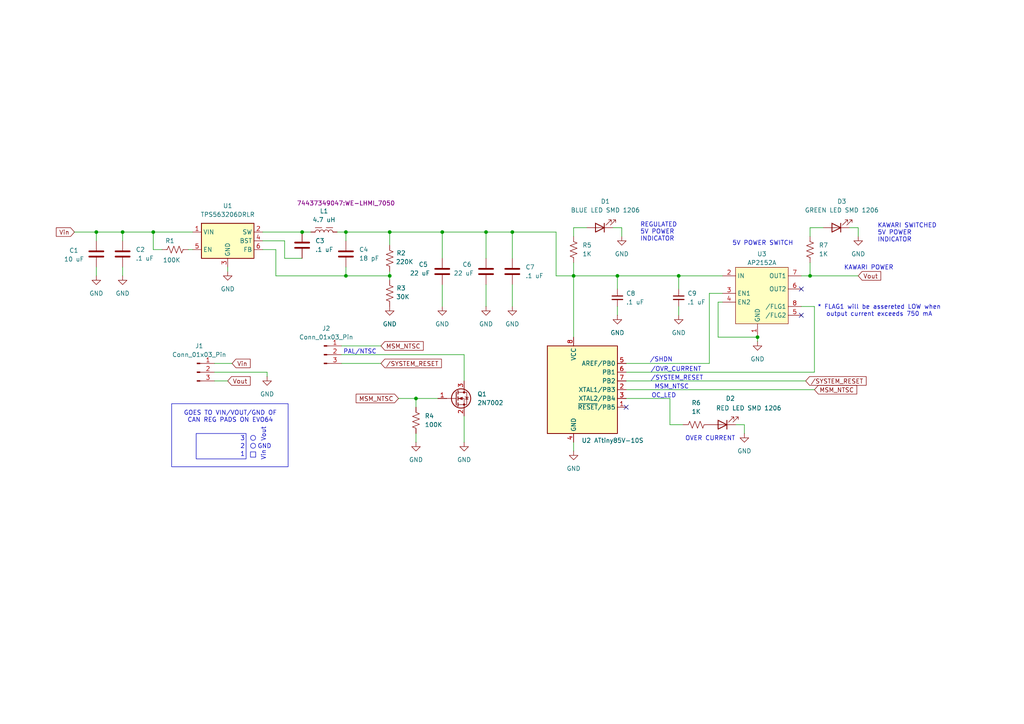
<source format=kicad_sch>
(kicad_sch (version 20231120) (generator "eeschema") (generator_version "8.0")
  (paper "A4")
  (title_block (title "KAWARI POWER REGULATOR & SEQUENCER") (date "2025-02-23") (rev "A") (company "sMs Retro Electronics"))
  (lib_symbols
    (symbol "AP2152A:AP2152A"
      (property "Reference" "U1" (at 5.08 8.89 0))
      (property "Value" "~" (at 5.08 6.35 0))
      (symbol "AP2152A_1_1"
        (rectangle (start -2.54 5.0292) (end 12.7 -11.3792) (fill (type background)))
        (pin power_in line (at 3.81 -15.24 90) (length 3.81) (name "GND") (number "1"))
        (pin input line (at -6.35 2.54 0) (length 3.81) (name "IN") (number "2"))
        (pin input line (at -6.35 -2.54 0) (length 3.81) (name "EN1") (number "3"))
        (pin input line (at -6.35 -5.08 0) (length 3.81) (name "EN2") (number "4"))
        (pin output line (at 16.51 -8.89 180) (length 3.81) (name "/FLG2") (number "5"))
        (pin output line (at 16.51 -1.27 180) (length 3.81) (name "OUT2") (number "6"))
        (pin output line (at 16.51 2.54 180) (length 3.81) (name "OUT1") (number "7"))
        (pin output line (at 16.51 -6.35 180) (length 3.81) (name "/FLG1") (number "8"))
      )
    )
    (symbol "Connector:Conn_01x03_Pin" (pin_names (offset 1.016) hide)
      (property "Reference" "J" (at 0 5.08 0))
      (property "Value" "Conn_01x03_Pin" (at 0 -5.08 0))
      (symbol "Conn_01x03_Pin_1_1"
        (polyline (pts (xy 1.27 -2.54) (xy 0.8636 -2.54)) (stroke (width 0.1524)))
        (polyline (pts (xy 1.27 0) (xy 0.8636 0)) (stroke (width 0.1524)))
        (polyline (pts (xy 1.27 2.54) (xy 0.8636 2.54)) (stroke (width 0.1524)))
        (rectangle (start 0.8636 -2.413) (end 0 -2.667) (stroke (width 0.1524)) (fill (type outline)))
        (rectangle (start 0.8636 0.127) (end 0 -0.127) (stroke (width 0.1524)) (fill (type outline)))
        (rectangle (start 0.8636 2.667) (end 0 2.413) (stroke (width 0.1524)) (fill (type outline)))
        (pin passive line (at 5.08 2.54 180) (length 3.81) (name "Pin_1") (number "1"))
        (pin passive line (at 5.08 0 180) (length 3.81) (name "Pin_2") (number "2"))
        (pin passive line (at 5.08 -2.54 180) (length 3.81) (name "Pin_3") (number "3"))
      )
    )
    (symbol "Device:C" (pin_numbers hide) (pin_names (offset 0.254))
      (property "Reference" "C" (at 0.635 2.54 0))
      (property "Value" "C" (at 0.635 -2.54 0))
      (symbol "C_0_1"
        (polyline (pts (xy -2.032 -0.762) (xy 2.032 -0.762)) (stroke (width 0.508)))
        (polyline (pts (xy -2.032 0.762) (xy 2.032 0.762)) (stroke (width 0.508)))
      )
      (symbol "C_1_1"
        (pin passive line (at 0 3.81 270) (length 2.794) (name "~") (number "1"))
        (pin passive line (at 0 -3.81 90) (length 2.794) (name "~") (number "2"))
      )
    )
    (symbol "Device:C_Small" (pin_numbers hide) (pin_names (offset 0.254) hide)
      (property "Reference" "C" (at 0.254 1.778 0))
      (property "Value" "C_Small" (at 0.254 -2.032 0))
      (symbol "C_Small_0_1"
        (polyline (pts (xy -1.524 -0.508) (xy 1.524 -0.508)) (stroke (width 0.3302)))
        (polyline (pts (xy -1.524 0.508) (xy 1.524 0.508)) (stroke (width 0.3048)))
      )
      (symbol "C_Small_1_1"
        (pin passive line (at 0 2.54 270) (length 2.032) (name "~") (number "1"))
        (pin passive line (at 0 -2.54 90) (length 2.032) (name "~") (number "2"))
      )
    )
    (symbol "Device:L" (pin_numbers hide) (pin_names (offset 1.016) hide)
      (property "Reference" "L1" (at 6.096 0 90))
      (property "Value" "4.7 uH" (at 3.556 0 90))
      (symbol "L_0_1"
        (arc (start 0 -2.54) (mid 0.6323 -1.905) (end 0 -1.27))
        (arc (start 0 -1.27) (mid 0.6323 -0.635) (end 0 0))
        (polyline (pts (xy 1.27 -2.54) (xy 1.27 -0.635)))
        (polyline (pts (xy 1.27 2.54) (xy 1.27 0.635)))
        (arc (start 0 0) (mid 0.6323 0.635) (end 0 1.27))
        (arc (start 0 1.27) (mid 0.6323 1.905) (end 0 2.54))
      )
      (symbol "L_1_1"
        (pin passive line (at 0 3.81 270) (length 1.27) (name "1") (number "1"))
        (pin passive line (at 0 -3.81 90) (length 1.27) (name "2") (number "2"))
      )
    )
    (symbol "Device:LED" (pin_numbers hide) (pin_names (offset 1.016) hide)
      (property "Reference" "D" (at 0 2.54 0))
      (property "Value" "LED" (at 0 -2.54 0))
      (symbol "LED_0_1"
        (polyline (pts (xy -1.27 -1.27) (xy -1.27 1.27)) (stroke (width 0.254)))
        (polyline (pts (xy -1.27 0) (xy 1.27 0)))
        (polyline (pts (xy 1.27 -1.27) (xy 1.27 1.27) (xy -1.27 0) (xy 1.27 -1.27)) (stroke (width 0.254)))
        (polyline (pts (xy -3.048 -0.762) (xy -4.572 -2.286) (xy -3.81 -2.286) (xy -4.572 -2.286) (xy -4.572 -1.524)))
        (polyline (pts (xy -1.778 -0.762) (xy -3.302 -2.286) (xy -2.54 -2.286) (xy -3.302 -2.286) (xy -3.302 -1.524)))
      )
      (symbol "LED_1_1"
        (pin passive line (at -3.81 0 0) (length 2.54) (name "K") (number "1"))
        (pin passive line (at 3.81 0 180) (length 2.54) (name "A") (number "2"))
      )
    )
    (symbol "Device:R_US" (pin_numbers hide) (pin_names (offset 0))
      (property "Reference" "R" (at 2.54 0 90))
      (property "Value" "R_US" (at -2.54 0 90))
      (symbol "R_US_0_1"
        (polyline (pts (xy 0 -2.286) (xy 0 -2.54)))
        (polyline (pts (xy 0 2.286) (xy 0 2.54)))
        (polyline (pts (xy 0 -0.762) (xy 1.016 -1.143) (xy 0 -1.524) (xy -1.016 -1.905) (xy 0 -2.286)))
        (polyline (pts (xy 0 0.762) (xy 1.016 0.381) (xy 0 0) (xy -1.016 -0.381) (xy 0 -0.762)))
        (polyline (pts (xy 0 2.286) (xy 1.016 1.905) (xy 0 1.524) (xy -1.016 1.143) (xy 0 0.762)))
      )
      (symbol "R_US_1_1"
        (pin passive line (at 0 3.81 270) (length 1.27) (name "~") (number "1"))
        (pin passive line (at 0 -3.81 90) (length 1.27) (name "~") (number "2"))
      )
    )
    (symbol "MCU_Microchip_ATtiny:ATtiny85V-10S"
      (property "Reference" "U2" (at -11.176 2.032 0))
      (property "Value" "ATtiny85V-10S" (at -10.16 -1.524 0))
      (symbol "ATtiny85V-10S_0_1"
        (rectangle (start -7.62 12.7) (end 12.7 -12.7) (stroke (width 0.254)) (fill (type background)))
      )
      (symbol "ATtiny85V-10S_1_1"
        (pin bidirectional line (at 15.24 -5.08 180) (length 2.54) (name "~{RESET}/PB5") (number "1"))
        (pin bidirectional line (at 15.24 0 180) (length 2.54) (name "XTAL1/PB3") (number "2"))
        (pin bidirectional line (at 15.24 -2.54 180) (length 2.54) (name "XTAL2/PB4") (number "3"))
        (pin power_in line (at 0 -15.24 90) (length 2.54) (name "GND") (number "4"))
        (pin bidirectional line (at 15.24 7.62 180) (length 2.54) (name "AREF/PB0") (number "5"))
        (pin bidirectional line (at 15.24 5.08 180) (length 2.54) (name "PB1") (number "6"))
        (pin bidirectional line (at 15.24 2.54 180) (length 2.54) (name "PB2") (number "7"))
        (pin power_in line (at 0 15.24 270) (length 2.54) (name "VCC") (number "8"))
      )
    )
    (symbol "Regulator_Switching:TPS563206"
      (property "Reference" "U" (at -7.62 6.35 0))
      (property "Value" "TPS563206" (at -2.54 6.35 0))
      (symbol "TPS563206_0_1"
        (rectangle (start -7.62 5.08) (end 7.62 -5.08) (stroke (width 0.254)) (fill (type background)))
      )
      (symbol "TPS563206_1_1"
        (pin power_in line (at -10.16 2.54 0) (length 2.54) (name "VIN") (number "1"))
        (pin output line (at 10.16 2.54 180) (length 2.54) (name "SW") (number "2"))
        (pin power_in line (at 0 -7.62 90) (length 2.54) (name "GND") (number "3"))
        (pin passive line (at 10.16 0 180) (length 2.54) (name "BST") (number "4"))
        (pin input line (at -10.16 -2.54 0) (length 2.54) (name "EN") (number "5"))
        (pin input line (at 10.16 -2.54 180) (length 2.54) (name "FB") (number "6"))
      )
    )
    (symbol "Transistor_FET:2N7002" (pin_names hide)
      (property "Reference" "Q" (at 5.08 1.905 0))
      (property "Value" "2N7002" (at 5.08 0 0))
      (symbol "2N7002_0_1"
        (polyline (pts (xy 0.254 0) (xy -2.54 0)))
        (polyline (pts (xy 0.254 1.905) (xy 0.254 -1.905)) (stroke (width 0.254)))
        (polyline (pts (xy 0.762 -1.27) (xy 0.762 -2.286)) (stroke (width 0.254)))
        (polyline (pts (xy 0.762 0.508) (xy 0.762 -0.508)) (stroke (width 0.254)))
        (polyline (pts (xy 0.762 2.286) (xy 0.762 1.27)) (stroke (width 0.254)))
        (polyline (pts (xy 2.54 2.54) (xy 2.54 1.778)))
        (polyline (pts (xy 2.54 -2.54) (xy 2.54 0) (xy 0.762 0)))
        (polyline (pts (xy 0.762 -1.778) (xy 3.302 -1.778) (xy 3.302 1.778) (xy 0.762 1.778)))
        (polyline (pts (xy 1.016 0) (xy 2.032 0.381) (xy 2.032 -0.381) (xy 1.016 0)) (fill (type outline)))
        (polyline (pts (xy 2.794 0.508) (xy 2.921 0.381) (xy 3.683 0.381) (xy 3.81 0.254)))
        (polyline (pts (xy 3.302 0.381) (xy 2.921 -0.254) (xy 3.683 -0.254) (xy 3.302 0.381)))
        (circle (center 1.651 0) (radius 2.794) (stroke (width 0.254)))
        (circle (center 2.54 -1.778) (radius 0.254) (fill (type outline)))
        (circle (center 2.54 1.778) (radius 0.254) (fill (type outline)))
      )
      (symbol "2N7002_1_1"
        (pin input line (at -5.08 0 0) (length 2.54) (name "G") (number "1"))
        (pin passive line (at 2.54 -5.08 90) (length 2.54) (name "S") (number "2"))
        (pin passive line (at 2.54 5.08 270) (length 2.54) (name "D") (number "3"))
      )
    )
    (symbol "power:GND" (power) (pin_numbers hide) (pin_names (offset 0) hide)
      (property "Value" "GND" (at 0 -3.81 0))
      (symbol "GND_0_1"
        (polyline (pts (xy 0 0) (xy 0 -1.27) (xy 1.27 -1.27) (xy 0 -2.54) (xy -1.27 -1.27) (xy 0 -1.27)))
      )
      (symbol "GND_1_1"
        (pin power_in line (at 0 0 270) (length 0) (name "~") (number "1"))
      )
    )
  )
  (junction (at 113.03 80.01))
  (junction (at 27.94 67.31))
  (junction (at 234.95 80.01))
  (junction (at 113.03 67.31))
  (junction (at 140.97 67.31))
  (junction (at 148.59 67.31))
  (junction (at 128.27 67.31))
  (junction (at 166.37 80.01))
  (junction (at 219.71 97.79))
  (junction (at 87.63 67.31))
  (junction (at 100.33 67.31))
  (junction (at 179.07 80.01))
  (junction (at 35.56 67.31))
  (junction (at 100.33 80.01))
  (junction (at 120.65 115.57))
  (junction (at 44.45 67.31))
  (junction (at 196.85 80.01))
  (no_connect (at 232.41 83.82))
  (no_connect (at 232.41 91.44))
  (no_connect (at 181.61 118.11))
  (wire (pts (xy 234.95 80.01) (xy 248.92 80.01)))
  (wire (pts (xy 113.03 80.01) (xy 113.03 81.28)))
  (wire (pts (xy 87.63 67.31) (xy 90.17 67.31)))
  (wire (pts (xy 166.37 80.01) (xy 179.07 80.01)))
  (wire (pts (xy 236.22 88.9) (xy 236.22 107.95)))
  (wire (pts (xy 35.56 67.31) (xy 27.94 67.31)))
  (wire (pts (xy 82.55 74.93) (xy 82.55 69.85)))
  (wire (pts (xy 21.59 67.31) (xy 27.94 67.31)))
  (wire (pts (xy 181.61 115.57) (xy 194.31 115.57)))
  (wire (pts (xy 232.41 88.9) (xy 236.22 88.9)))
  (wire (pts (xy 166.37 76.2) (xy 166.37 80.01)))
  (wire (pts (xy 66.04 78.74) (xy 66.04 77.47)))
  (wire (pts (xy 181.61 110.49) (xy 233.68 110.49)))
  (wire (pts (xy 219.71 97.79) (xy 219.71 99.06)))
  (wire (pts (xy 205.74 105.41) (xy 181.61 105.41)))
  (wire (pts (xy 196.85 80.01) (xy 196.85 83.82)))
  (wire (pts (xy 87.63 74.93) (xy 82.55 74.93)))
  (wire (pts (xy 76.2 72.39) (xy 80.01 72.39)))
  (wire (pts (xy 246.38 66.04) (xy 248.92 66.04)))
  (wire (pts (xy 140.97 82.55) (xy 140.97 88.9)))
  (wire (pts (xy 77.47 109.22) (xy 77.47 107.95)))
  (wire (pts (xy 113.03 78.74) (xy 113.03 80.01)))
  (wire (pts (xy 82.55 69.85) (xy 76.2 69.85)))
  (wire (pts (xy 166.37 80.01) (xy 166.37 97.79)))
  (wire (pts (xy 248.92 66.04) (xy 248.92 68.58)))
  (wire (pts (xy 113.03 67.31) (xy 128.27 67.31)))
  (wire (pts (xy 194.31 123.19) (xy 198.12 123.19)))
  (wire (pts (xy 161.29 67.31) (xy 161.29 80.01)))
  (wire (pts (xy 100.33 67.31) (xy 100.33 69.85)))
  (wire (pts (xy 76.2 67.31) (xy 87.63 67.31)))
  (wire (pts (xy 208.28 97.79) (xy 219.71 97.79)))
  (wire (pts (xy 35.56 77.47) (xy 35.56 80.01)))
  (wire (pts (xy 27.94 77.47) (xy 27.94 80.01)))
  (wire (pts (xy 161.29 80.01) (xy 166.37 80.01)))
  (wire (pts (xy 238.76 66.04) (xy 234.95 66.04)))
  (wire (pts (xy 80.01 80.01) (xy 100.33 80.01)))
  (wire (pts (xy 113.03 71.12) (xy 113.03 67.31)))
  (wire (pts (xy 236.22 113.03) (xy 181.61 113.03)))
  (wire (pts (xy 196.85 88.9) (xy 196.85 91.44)))
  (wire (pts (xy 134.62 102.87) (xy 134.62 110.49)))
  (wire (pts (xy 127 115.57) (xy 120.65 115.57)))
  (wire (pts (xy 27.94 67.31) (xy 27.94 69.85)))
  (wire (pts (xy 180.34 66.04) (xy 180.34 68.58)))
  (wire (pts (xy 179.07 88.9) (xy 179.07 91.44)))
  (wire (pts (xy 205.74 85.09) (xy 205.74 105.41)))
  (wire (pts (xy 100.33 67.31) (xy 97.79 67.31)))
  (wire (pts (xy 148.59 82.55) (xy 148.59 88.9)))
  (wire (pts (xy 234.95 66.04) (xy 234.95 68.58)))
  (wire (pts (xy 100.33 80.01) (xy 113.03 80.01)))
  (wire (pts (xy 67.31 105.41) (xy 62.23 105.41)))
  (wire (pts (xy 99.06 100.33) (xy 110.49 100.33)))
  (wire (pts (xy 46.99 72.39) (xy 44.45 72.39)))
  (wire (pts (xy 77.47 107.95) (xy 62.23 107.95)))
  (wire (pts (xy 128.27 82.55) (xy 128.27 88.9)))
  (wire (pts (xy 140.97 67.31) (xy 148.59 67.31)))
  (wire (pts (xy 194.31 115.57) (xy 194.31 123.19)))
  (wire (pts (xy 66.04 110.49) (xy 62.23 110.49)))
  (wire (pts (xy 115.57 115.57) (xy 120.65 115.57)))
  (wire (pts (xy 120.65 125.73) (xy 120.65 128.27)))
  (wire (pts (xy 55.88 67.31) (xy 44.45 67.31)))
  (wire (pts (xy 179.07 80.01) (xy 196.85 80.01)))
  (wire (pts (xy 140.97 67.31) (xy 140.97 74.93)))
  (wire (pts (xy 99.06 102.87) (xy 134.62 102.87)))
  (wire (pts (xy 148.59 67.31) (xy 161.29 67.31)))
  (wire (pts (xy 170.18 66.04) (xy 166.37 66.04)))
  (wire (pts (xy 236.22 107.95) (xy 181.61 107.95)))
  (wire (pts (xy 148.59 67.31) (xy 148.59 74.93)))
  (wire (pts (xy 213.36 123.19) (xy 215.9 123.19)))
  (wire (pts (xy 205.74 85.09) (xy 209.55 85.09)))
  (wire (pts (xy 120.65 115.57) (xy 120.65 118.11)))
  (wire (pts (xy 44.45 67.31) (xy 35.56 67.31)))
  (wire (pts (xy 166.37 128.27) (xy 166.37 130.81)))
  (wire (pts (xy 177.8 66.04) (xy 180.34 66.04)))
  (wire (pts (xy 35.56 67.31) (xy 35.56 69.85)))
  (wire (pts (xy 215.9 123.19) (xy 215.9 125.73)))
  (wire (pts (xy 209.55 87.63) (xy 208.28 87.63)))
  (wire (pts (xy 128.27 67.31) (xy 128.27 74.93)))
  (wire (pts (xy 232.41 80.01) (xy 234.95 80.01)))
  (wire (pts (xy 208.28 87.63) (xy 208.28 97.79)))
  (wire (pts (xy 196.85 80.01) (xy 209.55 80.01)))
  (wire (pts (xy 234.95 76.2) (xy 234.95 80.01)))
  (wire (pts (xy 179.07 80.01) (xy 179.07 83.82)))
  (wire (pts (xy 166.37 66.04) (xy 166.37 68.58)))
  (wire (pts (xy 54.61 72.39) (xy 55.88 72.39)))
  (wire (pts (xy 100.33 67.31) (xy 113.03 67.31)))
  (wire (pts (xy 99.06 105.41) (xy 110.49 105.41)))
  (wire (pts (xy 44.45 72.39) (xy 44.45 67.31)))
  (wire (pts (xy 128.27 67.31) (xy 140.97 67.31)))
  (wire (pts (xy 134.62 128.27) (xy 134.62 120.65)))
  (wire (pts (xy 80.01 72.39) (xy 80.01 80.01)))
  (wire (pts (xy 100.33 77.47) (xy 100.33 80.01)))
  (rectangle (start 56.896 125.73) (end 71.374 133.096))
  (circle (center 73.406 129.286) (radius 0.7184))
  (rectangle (start 72.644 131.064) (end 74.168 132.588))
  (rectangle (start 49.784 117.094) (end 83.566 135.382))
  (circle (center 73.406 127) (radius 0.7184))
  (text "* FLAG1 will be assereted LOW when\noutput current exceeds 750 mA\n" (at 255.016 90.17 0) (effects (font (size 1.27 1.27))))
  (text "MSM_NTSC\n" (at 194.818 112.268 0) (effects (font (size 1.27 1.27))))
  (text "/OVR_CURRENT\n" (at 196.088 107.188 0) (effects (font (size 1.27 1.27))))
  (text "GOES TO VIN/VOUT/GND OF\nCAN REG PADS ON EVO64" (at 66.802 120.904 0) (effects (font (size 1.27 1.27))))
  (text "Vin" (at 76.454 132.08 90) (effects (font (size 1.27 1.27))))
  (text "3" (at 70.358 127.254 0) (effects (font (size 1.27 1.27))))
  (text "/SHDN" (at 191.77 104.394 0) (effects (font (size 1.27 1.27))))
  (text "5V POWER SWITCH" (at 221.234 70.612 0) (effects (font (size 1.27 1.27))))
  (text "Vout" (at 76.454 125.984 90) (effects (font (size 1.27 1.27))))
  (text "KAWARI POWER\n" (at 251.968 77.724 0) (effects (font (size 1.27 1.27))))
  (text "KAWARI SWITCHED\n5V POWER\nINDICATOR" (at 254.508 67.564 0) (effects (font (size 1.27 1.27)) (justify left)))
  (text "1" (at 70.358 131.826 0) (effects (font (size 1.27 1.27))))
  (text "2" (at 70.358 129.54 0) (effects (font (size 1.27 1.27))))
  (text "GND" (at 76.708 129.54 0) (effects (font (size 1.27 1.27))))
  (text "OVER CURRENT" (at 205.994 127.254 0) (effects (font (size 1.27 1.27))))
  (text "OC_LED\n" (at 192.532 114.808 0) (effects (font (size 1.27 1.27))))
  (text "/SYSTEM_RESET" (at 196.342 109.728 0) (effects (font (size 1.27 1.27))))
  (text "REGULATED\n5V POWER\nINDICATOR" (at 185.674 67.31 0) (effects (font (size 1.27 1.27)) (justify left)))
  (text "PAL/NTSC" (at 104.394 102.108 0) (effects (font (size 1.27 1.27))))
  (global_label "{slash}SYSTEM_RESET" (shape input) (at 233.68 110.49 0) (property "Intersheetrefs" "${INTERSHEET_REFS}" (effects (hide yes))))
  (global_label "MSM_NTSC" (shape input) (at 110.49 100.33 0) (property "Intersheetrefs" "${INTERSHEET_REFS}" (effects (hide yes))))
  (global_label "{slash}SYSTEM_RESET" (shape input) (at 110.49 105.41 0) (property "Intersheetrefs" "${INTERSHEET_REFS}" (effects (hide yes))))
  (global_label "Vout" (shape input) (at 248.92 80.01 0) (property "Intersheetrefs" "${INTERSHEET_REFS}" (effects (hide yes))))
  (global_label "MSM_NTSC" (shape input) (at 115.57 115.57 180) (property "Intersheetrefs" "${INTERSHEET_REFS}" (effects (hide yes))))
  (global_label "Vout" (shape input) (at 66.04 110.49 0) (property "Intersheetrefs" "${INTERSHEET_REFS}" (effects (hide yes))))
  (global_label "Vin" (shape input) (at 21.59 67.31 180) (property "Intersheetrefs" "${INTERSHEET_REFS}" (effects (hide yes))))
  (global_label "MSM_NTSC" (shape input) (at 236.22 113.03 0) (property "Intersheetrefs" "${INTERSHEET_REFS}" (effects (hide yes))))
  (global_label "Vin" (shape input) (at 67.31 105.41 0) (property "Intersheetrefs" "${INTERSHEET_REFS}" (effects (hide yes))))
  (symbol (lib_id "Device:C_Small") (at 179.07 86.36 0) (unit 1)
    (property "Reference" "C8" (at 181.61 85.0962 0) (effects (justify left)))
    (property "Value" ".1 uF" (at 181.61 87.6362 0) (effects (justify left)))
    (property "Footprint" "Capacitor_SMD:C_0805_2012Metric" (effects (hide yes)))
    (property "Description" "Unpolarized capacitor, small symbol" (effects (hide yes)))
  )
  (symbol (lib_id "Device:LED") (at 209.55 123.19 180) (unit 1)
    (property "Reference" "D2" (at 211.836 115.57 0))
    (property "Value" "RED LED SMD 1206" (at 217.17 118.364 0))
    (property "Footprint" "LED_SMD:LED_1206_3216Metric" (effects (hide yes)))
    (property "Description" "Light emitting diode" (effects (hide yes)))
  )
  (symbol (lib_id "Device:C") (at 35.56 73.66 0) (unit 1)
    (property "Reference" "C2" (at 39.37 72.3899 0) (effects (justify left)))
    (property "Value" ".1 uF" (at 39.37 74.9299 0) (effects (justify left)))
    (property "Footprint" "Capacitor_SMD:C_0805_2012Metric" (effects (hide yes)))
    (property "Description" "Unpolarized capacitor" (effects (hide yes)))
  )
  (symbol (lib_id "Device:R_US") (at 120.65 121.92 0) (unit 1)
    (property "Reference" "R4" (at 123.19 120.6499 0) (effects (justify left)))
    (property "Value" "100K" (at 123.19 123.1899 0) (effects (justify left)))
    (property "Footprint" "Resistor_SMD:R_0805_2012Metric" (effects (hide yes)))
    (property "Description" "Resistor, US symbol" (effects (hide yes)))
  )
  (symbol (lib_id "Device:R_US") (at 201.93 123.19 90) (unit 1)
    (property "Reference" "R6" (at 201.93 116.84 90))
    (property "Value" "1K" (at 201.93 119.38 90))
    (property "Footprint" "Resistor_SMD:R_0805_2012Metric" (effects (hide yes)))
    (property "Description" "Resistor, US symbol" (effects (hide yes)))
  )
  (symbol (lib_id "power:GND") (at 179.07 91.44 0) (unit 1)
    (property "Reference" "#PWR012" (effects (hide yes)))
    (property "Value" "GND" (at 179.07 96.52 0))
    (property "Description" "Power symbol creates a global label with name \"GND\" , ground" (effects (hide yes)))
  )
  (symbol (lib_id "power:GND") (at 248.92 68.58 0) (unit 1)
    (property "Reference" "#PWR017" (effects (hide yes)))
    (property "Value" "GND" (at 248.92 73.66 0))
    (property "Description" "Power symbol creates a global label with name \"GND\" , ground" (effects (hide yes)))
  )
  (symbol (lib_id "power:GND") (at 219.71 99.06 0) (unit 1)
    (property "Reference" "#PWR016" (effects (hide yes)))
    (property "Value" "GND" (at 219.71 104.14 0))
    (property "Description" "Power symbol creates a global label with name \"GND\" , ground" (effects (hide yes)))
  )
  (symbol (lib_id "power:GND") (at 148.59 88.9 0) (unit 1)
    (property "Reference" "#PWR010" (effects (hide yes)))
    (property "Value" "GND" (at 148.59 93.98 0))
    (property "Description" "Power symbol creates a global label with name \"GND\" , ground" (effects (hide yes)))
  )
  (symbol (lib_id "Device:C") (at 100.33 73.66 0) (unit 1)
    (property "Reference" "C4" (at 104.14 72.3899 0) (effects (justify left)))
    (property "Value" "18 pF" (at 104.14 74.9299 0) (effects (justify left)))
    (property "Footprint" "Capacitor_SMD:C_0805_2012Metric" (effects (hide yes)))
    (property "Description" "Unpolarized capacitor" (effects (hide yes)))
  )
  (symbol (lib_id "Device:C") (at 148.59 78.74 0) (unit 1)
    (property "Reference" "C7" (at 152.4 77.4699 0) (effects (justify left)))
    (property "Value" ".1 uF" (at 152.4 80.0099 0) (effects (justify left)))
    (property "Footprint" "Capacitor_SMD:C_0805_2012Metric" (effects (hide yes)))
    (property "Description" "Unpolarized capacitor" (effects (hide yes)))
  )
  (symbol (lib_id "Regulator_Switching:TPS563206") (at 66.04 69.85 0) (unit 1)
    (property "Reference" "U1" (at 66.04 59.69 0))
    (property "Value" "TPS563206DRLR" (at 66.04 62.23 0))
    (property "Footprint" "Package_TO_SOT_SMD:SOT-563" (effects (hide yes)))
    (property "Datasheet" "https://www.ti.com/lit/ds/symlink/tps563206.pdf" (effects (hide yes)))
    (property "Description" "3A Synchronous Step-Down Voltage Regulator, Adjustable Output Voltage, 4.2-17V Input Voltage, 0.6-7V Output Voltage, FCCM mode, SOT-563" (effects (hide yes)))
  )
  (symbol (lib_id "Device:R_US") (at 50.8 72.39 90) (unit 1)
    (property "Reference" "R1" (at 49.276 69.85 90))
    (property "Value" "100K" (at 49.784 75.438 90))
    (property "Footprint" "Resistor_SMD:R_0805_2012Metric" (effects (hide yes)))
    (property "Description" "Resistor, US symbol" (effects (hide yes)))
  )
  (symbol (lib_id "AP2152A:AP2152A") (at 215.9 82.55 0) (unit 1)
    (property "Reference" "U3" (at 220.98 73.66 0))
    (property "Value" "AP2152A" (at 220.98 76.2 0))
    (property "Footprint" "Package_SO:SO-8_3.9x4.9mm_P1.27mm" (effects (hide yes)))
  )
  (symbol (lib_id "power:GND") (at 128.27 88.9 0) (unit 1)
    (property "Reference" "#PWR07" (effects (hide yes)))
    (property "Value" "GND" (at 128.27 93.98 0))
    (property "Description" "Power symbol creates a global label with name \"GND\" , ground" (effects (hide yes)))
  )
  (symbol (lib_id "Device:R_US") (at 113.03 85.09 0) (unit 1)
    (property "Reference" "R3" (at 116.332 83.566 0))
    (property "Value" "30K" (at 116.84 86.106 0))
    (property "Footprint" "Resistor_SMD:R_0805_2012Metric" (effects (hide yes)))
    (property "Description" "Resistor, US symbol" (effects (hide yes)))
  )
  (symbol (lib_id "power:GND") (at 140.97 88.9 0) (unit 1)
    (property "Reference" "#PWR09" (effects (hide yes)))
    (property "Value" "GND" (at 140.97 93.98 0))
    (property "Description" "Power symbol creates a global label with name \"GND\" , ground" (effects (hide yes)))
  )
  (symbol (lib_id "power:GND") (at 27.94 80.01 0) (unit 1)
    (property "Reference" "#PWR01" (effects (hide yes)))
    (property "Value" "GND" (at 27.94 85.09 0))
    (property "Description" "Power symbol creates a global label with name \"GND\" , ground" (effects (hide yes)))
  )
  (symbol (lib_id "power:GND") (at 134.62 128.27 0) (unit 1)
    (property "Reference" "#PWR08" (effects (hide yes)))
    (property "Value" "GND" (at 134.62 133.35 0))
    (property "Description" "Power symbol creates a global label with name \"GND\" , ground" (effects (hide yes)))
  )
  (symbol (lib_id "power:GND") (at 166.37 130.81 0) (unit 1)
    (property "Reference" "#PWR011" (effects (hide yes)))
    (property "Value" "GND" (at 166.37 135.89 0))
    (property "Description" "Power symbol creates a global label with name \"GND\" , ground" (effects (hide yes)))
  )
  (symbol (lib_id "Device:C") (at 128.27 78.74 0) (unit 1)
    (property "Reference" "C5" (at 121.412 76.708 0) (effects (justify left)))
    (property "Value" "22 uF" (at 118.872 79.248 0) (effects (justify left)))
    (property "Footprint" "Capacitor_SMD:C_0805_2012Metric" (effects (hide yes)))
    (property "Description" "Unpolarized capacitor" (effects (hide yes)))
  )
  (symbol (lib_id "power:GND") (at 35.56 80.01 0) (unit 1)
    (property "Reference" "#PWR02" (effects (hide yes)))
    (property "Value" "GND" (at 35.56 85.09 0))
    (property "Description" "Power symbol creates a global label with name \"GND\" , ground" (effects (hide yes)))
  )
  (symbol (lib_id "MCU_Microchip_ATtiny:ATtiny85V-10S") (at 166.37 113.03 0) (unit 1)
    (property "Reference" "U2" (at 171.45 127.762 0) (effects (justify right)))
    (property "Value" "ATtiny85V-10S" (at 186.69 127.762 0) (effects (justify right)))
    (property "Footprint" "Package_SO:SOIC-8W_5.3x5.3mm_P1.27mm" (effects (hide yes)))
    (property "Datasheet" "http://ww1.microchip.com/downloads/en/DeviceDoc/atmel-2586-avr-8-bit-microcontroller-attiny25-attiny45-attiny85_datasheet.pdf" (effects (hide yes)))
    (property "Description" "10MHz, 8kB Flash, 512B SRAM, 512B EEPROM, debugWIRE, SOIC-8W" (effects (hide yes)))
  )
  (symbol (lib_id "Device:R_US") (at 113.03 74.93 0) (unit 1)
    (property "Reference" "R2" (at 116.332 73.406 0))
    (property "Value" "220K" (at 117.348 75.946 0))
    (property "Footprint" "Resistor_SMD:R_0805_2012Metric" (effects (hide yes)))
    (property "Description" "Resistor, US symbol" (effects (hide yes)))
  )
  (symbol (lib_id "power:GND") (at 215.9 125.73 0) (unit 1)
    (property "Reference" "#PWR015" (effects (hide yes)))
    (property "Value" "GND" (at 215.9 130.81 0))
    (property "Description" "Power symbol creates a global label with name \"GND\" , ground" (effects (hide yes)))
  )
  (symbol (lib_id "power:GND") (at 180.34 68.58 0) (unit 1)
    (property "Reference" "#PWR013" (effects (hide yes)))
    (property "Value" "GND" (at 180.34 73.66 0))
    (property "Description" "Power symbol creates a global label with name \"GND\" , ground" (effects (hide yes)))
  )
  (symbol (lib_id "Connector:Conn_01x03_Pin") (at 93.98 102.87 0) (unit 1)
    (property "Reference" "J2" (at 94.615 95.25 0))
    (property "Value" "Conn_01x03_Pin" (at 94.615 97.79 0))
    (property "Footprint" "Connector_PinHeader_2.54mm:PinHeader_1x03_P2.54mm_Vertical" (effects (hide yes)))
    (property "Description" "Generic connector, single row, 01x03, script generated" (effects (hide yes)))
  )
  (symbol (lib_id "Transistor_FET:2N7002") (at 132.08 115.57 0) (unit 1)
    (property "Reference" "Q1" (at 138.43 114.2999 0) (effects (justify left)))
    (property "Value" "2N7002" (at 138.43 116.8399 0) (effects (justify left)))
    (property "Footprint" "Package_TO_SOT_SMD:SOT-23" (effects (hide yes)))
    (property "Datasheet" "https://www.onsemi.com/pub/Collateral/NDS7002A-D.PDF" (effects (hide yes)))
    (property "Description" "0.115A Id, 60V Vds, N-Channel MOSFET, SOT-23" (effects (hide yes)))
  )
  (symbol (lib_id "power:GND") (at 120.65 128.27 0) (unit 1)
    (property "Reference" "#PWR06" (effects (hide yes)))
    (property "Value" "GND" (at 120.65 133.35 0))
    (property "Description" "Power symbol creates a global label with name \"GND\" , ground" (effects (hide yes)))
  )
  (symbol (lib_id "Device:C") (at 87.63 71.12 0) (unit 1)
    (property "Reference" "C3" (at 91.44 69.8499 0) (effects (justify left)))
    (property "Value" ".1 uF" (at 91.44 72.3899 0) (effects (justify left)))
    (property "Footprint" "Capacitor_SMD:C_0805_2012Metric" (effects (hide yes)))
    (property "Description" "Unpolarized capacitor" (effects (hide yes)))
  )
  (symbol (lib_id "Connector:Conn_01x03_Pin") (at 57.15 107.95 0) (unit 1)
    (property "Reference" "J1" (at 57.785 100.33 0))
    (property "Value" "Conn_01x03_Pin" (at 57.785 102.87 0))
    (property "Footprint" "Connector_PinHeader_2.54mm:PinHeader_1x03_P2.54mm_Vertical" (effects (hide yes)))
    (property "Description" "Generic connector, single row, 01x03, script generated" (effects (hide yes)))
  )
  (symbol (lib_id "power:GND") (at 196.85 91.44 0) (unit 1)
    (property "Reference" "#PWR014" (effects (hide yes)))
    (property "Value" "GND" (at 196.85 96.52 0))
    (property "Description" "Power symbol creates a global label with name \"GND\" , ground" (effects (hide yes)))
  )
  (symbol (lib_id "Device:LED") (at 242.57 66.04 180) (unit 1)
    (property "Reference" "D3" (at 244.1575 58.42 0))
    (property "Value" "GREEN LED SMD 1206" (at 244.1575 60.96 0))
    (property "Footprint" "LED_SMD:LED_1206_3216Metric" (effects (hide yes)))
    (property "Description" "Light emitting diode" (effects (hide yes)))
  )
  (symbol (lib_id "Device:C_Small") (at 196.85 86.36 0) (unit 1)
    (property "Reference" "C9" (at 199.39 85.0962 0) (effects (justify left)))
    (property "Value" ".1 uF" (at 199.39 87.6362 0) (effects (justify left)))
    (property "Footprint" "Capacitor_SMD:C_0805_2012Metric" (effects (hide yes)))
    (property "Description" "Unpolarized capacitor, small symbol" (effects (hide yes)))
  )
  (symbol (lib_id "Device:R_US") (at 166.37 72.39 0) (unit 1)
    (property "Reference" "R5" (at 168.91 71.1199 0) (effects (justify left)))
    (property "Value" "1K" (at 168.91 73.6599 0) (effects (justify left)))
    (property "Footprint" "Resistor_SMD:R_0805_2012Metric" (effects (hide yes)))
    (property "Description" "Resistor, US symbol" (effects (hide yes)))
  )
  (symbol (lib_id "Device:LED") (at 173.99 66.04 180) (unit 1)
    (property "Reference" "D1" (at 175.5775 58.42 0))
    (property "Value" "BLUE LED SMD 1206" (at 175.5775 60.96 0))
    (property "Footprint" "LED_SMD:LED_1206_3216Metric" (effects (hide yes)))
    (property "Description" "Light emitting diode" (effects (hide yes)))
  )
  (symbol (lib_id "power:GND") (at 113.03 88.9 0) (unit 1)
    (property "Reference" "#PWR05" (effects (hide yes)))
    (property "Value" "GND" (at 113.03 93.98 0))
    (property "Description" "Power symbol creates a global label with name \"GND\" , ground" (effects (hide yes)))
  )
  (symbol (lib_id "Device:C") (at 27.94 73.66 0) (unit 1)
    (property "Reference" "C1" (at 20.066 72.644 0) (effects (justify left)))
    (property "Value" "10 uF" (at 18.542 75.184 0) (effects (justify left)))
    (property "Footprint" "Capacitor_SMD:C_0805_2012Metric" (effects (hide yes)))
    (property "Description" "Unpolarized capacitor" (effects (hide yes)))
  )
  (symbol (lib_id "Device:L") (at 93.98 67.31 90) (unit 1)
    (property "Reference" "L1" (at 93.98 61.214 90))
    (property "Value" "4.7 uH" (at 93.98 63.754 90))
    (property "Footprint" "74437349047:WE-LHMI_7050" (at 100.33 58.928 90))
    (property "Description" "Inductor" (effects (hide yes)))
  )
  (symbol (lib_id "Device:R_US") (at 234.95 72.39 0) (unit 1)
    (property "Reference" "R7" (at 237.49 71.1199 0) (effects (justify left)))
    (property "Value" "1K" (at 237.49 73.6599 0) (effects (justify left)))
    (property "Footprint" "Resistor_SMD:R_0805_2012Metric" (effects (hide yes)))
    (property "Description" "Resistor, US symbol" (effects (hide yes)))
  )
  (symbol (lib_id "power:GND") (at 66.04 78.74 0) (unit 1)
    (property "Reference" "#PWR03" (effects (hide yes)))
    (property "Value" "GND" (at 66.04 83.82 0))
    (property "Description" "Power symbol creates a global label with name \"GND\" , ground" (effects (hide yes)))
  )
  (symbol (lib_id "Device:C") (at 140.97 78.74 0) (unit 1)
    (property "Reference" "C6" (at 134.112 76.708 0) (effects (justify left)))
    (property "Value" "22 uF" (at 131.572 79.248 0) (effects (justify left)))
    (property "Footprint" "Capacitor_SMD:C_0805_2012Metric" (effects (hide yes)))
    (property "Description" "Unpolarized capacitor" (effects (hide yes)))
  )
  (symbol (lib_id "power:GND") (at 77.47 109.22 0) (unit 1)
    (property "Reference" "#PWR04" (effects (hide yes)))
    (property "Value" "GND" (at 77.47 114.3 0))
    (property "Description" "Power symbol creates a global label with name \"GND\" , ground" (effects (hide yes)))
  )
)
</source>
